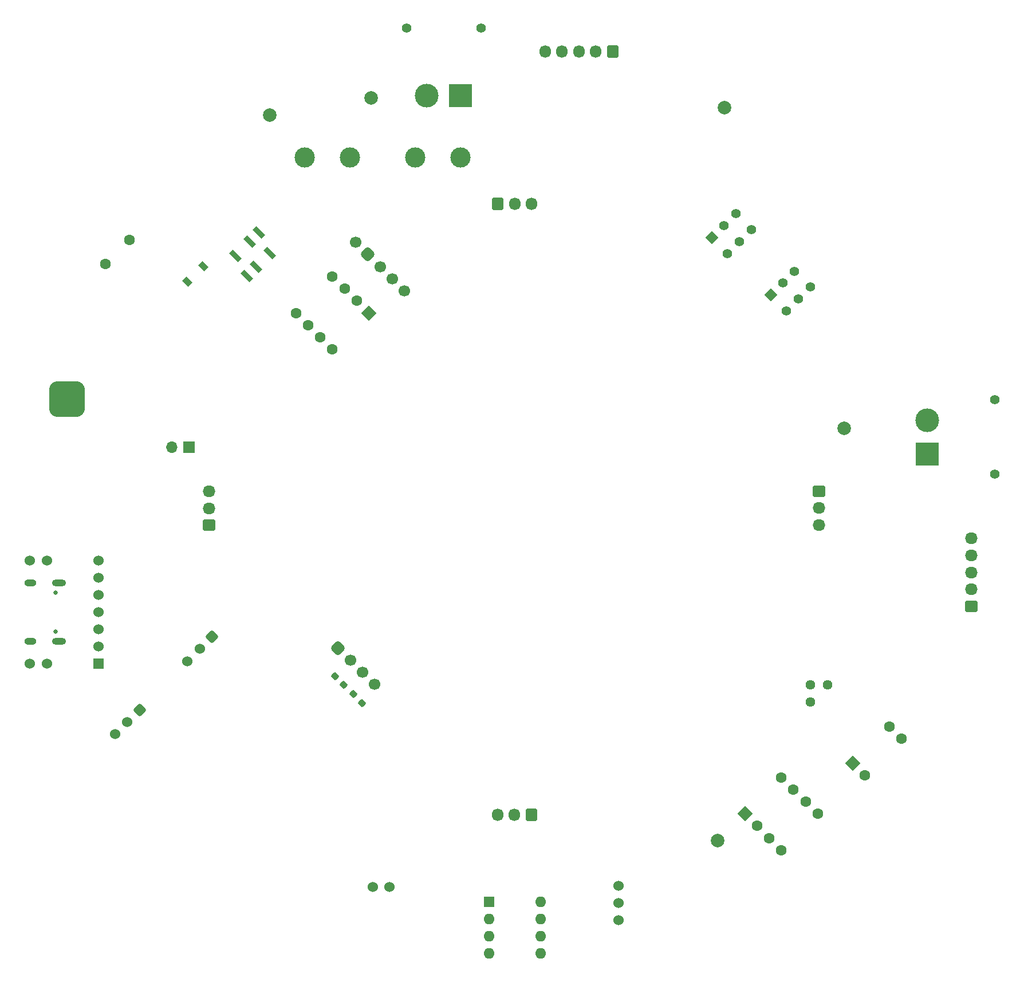
<source format=gbr>
%TF.GenerationSoftware,KiCad,Pcbnew,(6.0.11)*%
%TF.CreationDate,2023-10-13T19:34:53+09:00*%
%TF.ProjectId,ESP32,45535033-322e-46b6-9963-61645f706362,rev?*%
%TF.SameCoordinates,Original*%
%TF.FileFunction,Soldermask,Bot*%
%TF.FilePolarity,Negative*%
%FSLAX46Y46*%
G04 Gerber Fmt 4.6, Leading zero omitted, Abs format (unit mm)*
G04 Created by KiCad (PCBNEW (6.0.11)) date 2023-10-13 19:34:53*
%MOMM*%
%LPD*%
G01*
G04 APERTURE LIST*
G04 Aperture macros list*
%AMRoundRect*
0 Rectangle with rounded corners*
0 $1 Rounding radius*
0 $2 $3 $4 $5 $6 $7 $8 $9 X,Y pos of 4 corners*
0 Add a 4 corners polygon primitive as box body*
4,1,4,$2,$3,$4,$5,$6,$7,$8,$9,$2,$3,0*
0 Add four circle primitives for the rounded corners*
1,1,$1+$1,$2,$3*
1,1,$1+$1,$4,$5*
1,1,$1+$1,$6,$7*
1,1,$1+$1,$8,$9*
0 Add four rect primitives between the rounded corners*
20,1,$1+$1,$2,$3,$4,$5,0*
20,1,$1+$1,$4,$5,$6,$7,0*
20,1,$1+$1,$6,$7,$8,$9,0*
20,1,$1+$1,$8,$9,$2,$3,0*%
%AMHorizOval*
0 Thick line with rounded ends*
0 $1 width*
0 $2 $3 position (X,Y) of the first rounded end (center of the circle)*
0 $4 $5 position (X,Y) of the second rounded end (center of the circle)*
0 Add line between two ends*
20,1,$1,$2,$3,$4,$5,0*
0 Add two circle primitives to create the rounded ends*
1,1,$1,$2,$3*
1,1,$1,$4,$5*%
%AMRotRect*
0 Rectangle, with rotation*
0 The origin of the aperture is its center*
0 $1 length*
0 $2 width*
0 $3 Rotation angle, in degrees counterclockwise*
0 Add horizontal line*
21,1,$1,$2,0,0,$3*%
G04 Aperture macros list end*
%ADD10RoundRect,0.250000X0.675000X-0.600000X0.675000X0.600000X-0.675000X0.600000X-0.675000X-0.600000X0*%
%ADD11O,1.850000X1.700000*%
%ADD12RoundRect,0.250000X0.600000X0.675000X-0.600000X0.675000X-0.600000X-0.675000X0.600000X-0.675000X0*%
%ADD13O,1.700000X1.850000*%
%ADD14R,1.700000X1.700000*%
%ADD15O,1.700000X1.700000*%
%ADD16C,1.524000*%
%ADD17C,1.600000*%
%ADD18C,1.400000*%
%ADD19R,3.500000X3.500000*%
%ADD20C,3.500000*%
%ADD21RotRect,1.600000X1.600000X225.000000*%
%ADD22HorizOval,1.600000X0.000000X0.000000X0.000000X0.000000X0*%
%ADD23RotRect,1.600000X1.600000X45.000000*%
%ADD24HorizOval,1.600000X0.000000X0.000000X0.000000X0.000000X0*%
%ADD25C,2.000000*%
%ADD26R,1.600000X1.600000*%
%ADD27O,1.600000X1.600000*%
%ADD28RoundRect,0.381000X-0.538815X0.000000X0.000000X-0.538815X0.538815X0.000000X0.000000X0.538815X0*%
%ADD29C,1.440000*%
%ADD30C,0.650000*%
%ADD31O,2.100000X1.000000*%
%ADD32O,1.800000X1.000000*%
%ADD33RoundRect,0.425000X-0.601041X0.000000X0.000000X-0.601041X0.601041X0.000000X0.000000X0.601041X0*%
%ADD34C,1.700000*%
%ADD35RoundRect,0.425000X0.000000X-0.601041X0.601041X0.000000X0.000000X0.601041X-0.601041X0.000000X0*%
%ADD36RoundRect,1.325000X1.325000X-1.325000X1.325000X1.325000X-1.325000X1.325000X-1.325000X-1.325000X0*%
%ADD37C,3.000000*%
%ADD38R,1.524000X1.524000*%
%ADD39RoundRect,0.250000X-0.600000X-0.675000X0.600000X-0.675000X0.600000X0.675000X-0.600000X0.675000X0*%
%ADD40RotRect,1.400000X1.400000X45.000000*%
%ADD41RoundRect,0.250000X-0.675000X0.600000X-0.675000X-0.600000X0.675000X-0.600000X0.675000X0.600000X0*%
%ADD42RotRect,1.800000X0.800000X135.000000*%
%ADD43RoundRect,0.237500X-0.344715X0.008839X0.008839X-0.344715X0.344715X-0.008839X-0.008839X0.344715X0*%
%ADD44RotRect,1.800000X0.800000X315.000000*%
%ADD45RotRect,0.900000X1.200000X225.000000*%
G04 APERTURE END LIST*
D10*
%TO.C,J5*%
X121020000Y-104640000D03*
D11*
X121020000Y-102140000D03*
X121020000Y-99640000D03*
%TD*%
D12*
%TO.C,J3*%
X180730000Y-34620000D03*
D13*
X178230000Y-34620000D03*
X175730000Y-34620000D03*
X173230000Y-34620000D03*
X170730000Y-34620000D03*
%TD*%
D14*
%TO.C,JP1*%
X118070000Y-93160000D03*
D15*
X115530000Y-93160000D03*
%TD*%
D16*
%TO.C,U7*%
X181575000Y-163065000D03*
X181575000Y-160525000D03*
X181575000Y-157985000D03*
%TD*%
D17*
%TO.C,C9*%
X109272767Y-62502233D03*
X105737233Y-66037767D03*
%TD*%
D18*
%TO.C,J9*%
X237230000Y-86120000D03*
X237230000Y-97120000D03*
D19*
X227230000Y-94120000D03*
D20*
X227230000Y-89120000D03*
%TD*%
D21*
%TO.C,SW11*%
X144674012Y-73270000D03*
D22*
X142877961Y-71473949D03*
X141081910Y-69677898D03*
X139285858Y-67881846D03*
X133897705Y-73270000D03*
X135693756Y-75066051D03*
X137489807Y-76862102D03*
X139285858Y-78658154D03*
%TD*%
D10*
%TO.C,J4*%
X233730000Y-116620000D03*
D11*
X233730000Y-114120000D03*
X233730000Y-111620000D03*
X233730000Y-109120000D03*
X233730000Y-106620000D03*
%TD*%
D16*
%TO.C,MK1*%
X145230000Y-158120000D03*
X147730000Y-158120000D03*
%TD*%
D23*
%TO.C,SW2*%
X216211433Y-139825445D03*
D24*
X218007484Y-141621496D03*
X223395638Y-136233343D03*
X221599587Y-134437291D03*
%TD*%
D25*
%TO.C,TP5*%
X197270000Y-42890000D03*
%TD*%
D26*
%TO.C,U6*%
X162430000Y-160320000D03*
D27*
X162430000Y-162860000D03*
X162430000Y-165400000D03*
X162430000Y-167940000D03*
X170050000Y-167940000D03*
X170050000Y-165400000D03*
X170050000Y-162860000D03*
X170050000Y-160320000D03*
%TD*%
D25*
%TO.C,TP4*%
X196230000Y-151290000D03*
%TD*%
D28*
%TO.C,SW3*%
X121446051Y-121153949D03*
D16*
X119650000Y-122950000D03*
X117853949Y-124746051D03*
%TD*%
D29*
%TO.C,RV1*%
X209960001Y-130789999D03*
X209960001Y-128250001D03*
X212499999Y-128250001D03*
%TD*%
D30*
%TO.C,J10*%
X98335000Y-114630000D03*
X98335000Y-120410000D03*
D31*
X98835000Y-113200000D03*
X98835000Y-121840000D03*
D32*
X94655000Y-121840000D03*
X94655000Y-113200000D03*
%TD*%
D25*
%TO.C,TP3*%
X129990000Y-44020000D03*
%TD*%
D12*
%TO.C,J8*%
X168690000Y-147500000D03*
D13*
X166190000Y-147500000D03*
X163690000Y-147500000D03*
%TD*%
D25*
%TO.C,TP1*%
X144990000Y-41500000D03*
%TD*%
D33*
%TO.C,U5*%
X140137898Y-122823949D03*
D34*
X141933949Y-124620000D03*
X143730000Y-126416051D03*
X145526051Y-128212102D03*
%TD*%
D25*
%TO.C,TP2*%
X214900000Y-90320000D03*
%TD*%
D35*
%TO.C,SW1*%
X144523949Y-64612426D03*
D34*
X146320000Y-66408477D03*
X148116051Y-68204528D03*
X142727898Y-62816375D03*
X149912102Y-70000579D03*
%TD*%
D36*
%TO.C,U8*%
X100070000Y-86050000D03*
%TD*%
D37*
%TO.C,F1*%
X141910000Y-50270000D03*
X135210000Y-50270000D03*
X158210000Y-50270000D03*
X151510000Y-50270000D03*
%TD*%
D16*
%TO.C,J1*%
X104670000Y-117525000D03*
X104670000Y-109905000D03*
D38*
X104670000Y-125145000D03*
D16*
X104670000Y-114985000D03*
X104670000Y-120065000D03*
X104670000Y-122605000D03*
X104670000Y-112445000D03*
X97050000Y-109905000D03*
X94510000Y-125145000D03*
X97050000Y-125145000D03*
X94510000Y-109905000D03*
%TD*%
D39*
%TO.C,J6*%
X163730000Y-57120000D03*
D13*
X166230000Y-57120000D03*
X168730000Y-57120000D03*
%TD*%
D18*
%TO.C,J2*%
X150230000Y-31120000D03*
X161230000Y-31120000D03*
D19*
X158230000Y-41120000D03*
D20*
X153230000Y-41120000D03*
%TD*%
D40*
%TO.C,SW8*%
X204076000Y-70624000D03*
D18*
X205843767Y-68856233D03*
X207611534Y-67088466D03*
X206409452Y-72957452D03*
X208177219Y-71189685D03*
X209944986Y-69421918D03*
%TD*%
D28*
%TO.C,SW4*%
X110766051Y-131963949D03*
D16*
X108970000Y-133760000D03*
X107173949Y-135556051D03*
%TD*%
D23*
%TO.C,U4*%
X200255989Y-147320000D03*
D24*
X202052040Y-149116051D03*
X203848091Y-150912102D03*
X205644143Y-152708154D03*
X211032296Y-147320000D03*
X209236245Y-145523949D03*
X207440194Y-143727898D03*
X205644143Y-141931846D03*
%TD*%
D41*
%TO.C,J7*%
X211230000Y-99620000D03*
D11*
X211230000Y-102120000D03*
X211230000Y-104620000D03*
%TD*%
D40*
%TO.C,SW12*%
X195372051Y-62127949D03*
D18*
X197139818Y-60360182D03*
X198907585Y-58592415D03*
X197705503Y-64461401D03*
X199473270Y-62693634D03*
X201241037Y-60925867D03*
%TD*%
D42*
%TO.C,Q8*%
X127950000Y-66490000D03*
X126606497Y-67833503D03*
X124944796Y-64828299D03*
%TD*%
D43*
%TO.C,R34*%
X142394765Y-129644765D03*
X143685235Y-130935235D03*
%TD*%
D44*
%TO.C,Q5*%
X127041522Y-62715025D03*
X128385025Y-61371522D03*
X130046726Y-64376726D03*
%TD*%
D45*
%TO.C,D3*%
X120196726Y-66353274D03*
X117863274Y-68686726D03*
%TD*%
D43*
%TO.C,R33*%
X139664765Y-126964765D03*
X140955235Y-128255235D03*
%TD*%
M02*

</source>
